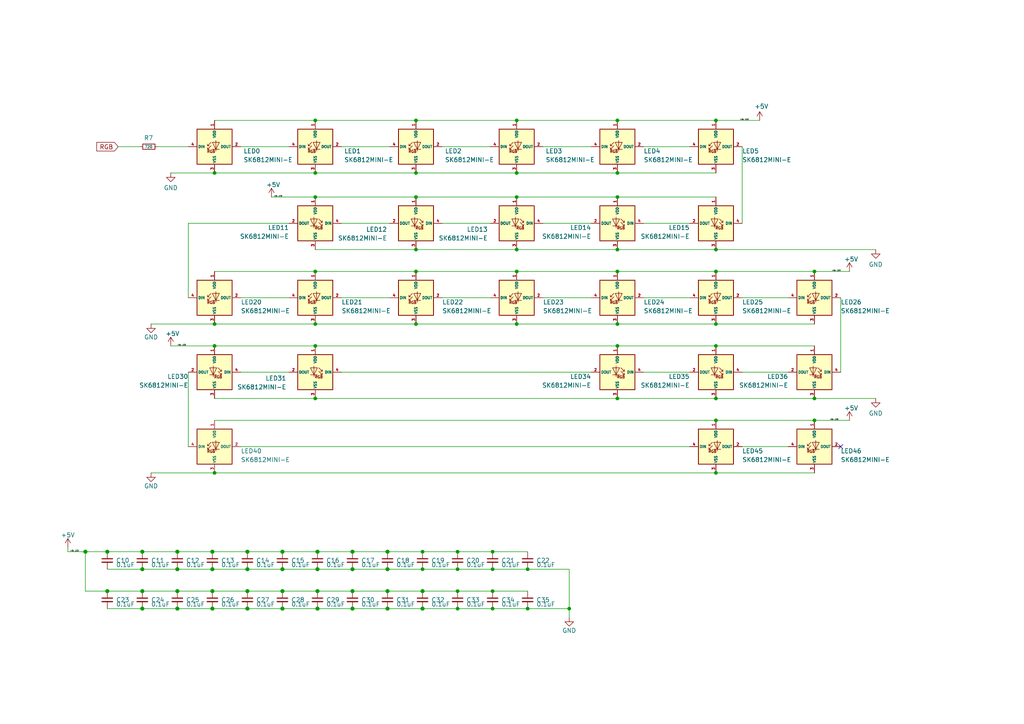
<source format=kicad_sch>
(kicad_sch (version 20211123) (generator eeschema)
  (paper "A4")
  (lib_symbols
    (symbol "arisutea-pcb:Device_C_Small" (pin_numbers hide) (pin_names (offset 0.254) hide)
      (property "Reference" "C" (at 0.254 1.778 0))
      (property "Value" "Device_C_Small" (at 0.254 -2.032 0))
      (symbol "Device_C_Small_0_1"
        (polyline (pts (xy -1.524 -0.508) (xy 1.524 -0.508)) (stroke (width 0.3302)))
        (polyline (pts (xy -1.524 0.508) (xy 1.524 0.508)) (stroke (width 0.3048)))
      )
      (symbol "Device_C_Small_1_1"
        (pin passive line (at 0 2.54 270) (length 2.032) (name "~") (number "1"))
        (pin passive line (at 0 -2.54 90) (length 2.032) (name "~") (number "2"))
      )
    )
    (symbol "arisutea-pcb:Device_R_Small" (pin_numbers hide) (pin_names (offset 0.254) hide)
      (property "Reference" "R" (at 0.762 0.508 0))
      (property "Value" "Device_R_Small" (at 0.762 -1.016 0))
      (symbol "Device_R_Small_0_1"
        (rectangle (start -0.762 1.778) (end 0.762 -1.778) (stroke (width 0.2032)))
      )
      (symbol "Device_R_Small_1_1"
        (pin passive line (at 0 2.54 270) (length 0.762) (name "~") (number "1"))
        (pin passive line (at 0 -2.54 90) (length 0.762) (name "~") (number "2"))
      )
    )
    (symbol "arisutea-pcb:LED_SK6812MINI-E" (pin_names (offset 0.254))
      (property "Reference" "LED" (at 5.08 5.715 0))
      (property "Value" "LED_SK6812MINI-E" (at 1.27 -5.715 0))
      (symbol "LED_SK6812MINI-E_0_0"
        (text "RGB" (at -1.016 -1.397 0) (effects (font (size 0.762 0.762))))
      )
      (symbol "LED_SK6812MINI-E_0_1"
        (polyline (pts (xy -2.032 -0.762) (xy -1.524 -0.762)))
        (polyline (pts (xy -2.032 0.254) (xy -1.524 0.254)))
        (polyline (pts (xy 1.397 -0.762) (xy -0.635 -0.762)))
        (polyline (pts (xy -1.016 0.254) (xy -2.032 -0.762) (xy -2.032 -0.254)))
        (polyline (pts (xy -1.016 1.27) (xy -2.032 0.254) (xy -2.032 0.762)))
        (polyline (pts (xy 0.381 1.778) (xy 0.381 -0.762) (xy 0.381 -1.27)))
        (polyline (pts (xy 1.397 1.27) (xy -0.635 1.27) (xy 0.381 -0.762) (xy 1.397 1.27)))
        (rectangle (start 5.08 5.08) (end -5.08 -5.08) (stroke (width 0.254)) (fill (type background)))
      )
      (symbol "LED_SK6812MINI-E_1_1"
        (pin power_in line (at 0 7.62 270) (length 2.54) (name "VDD") (number "1"))
        (pin output line (at 7.62 0 180) (length 2.54) (name "DOUT") (number "2"))
        (pin power_in line (at 0 -7.62 90) (length 2.54) (name "VSS") (number "3"))
        (pin input line (at -7.62 0 0) (length 2.54) (name "DIN") (number "4"))
      )
    )
    (symbol "power:+5V" (power) (pin_names (offset 0))
      (property "Value" "+5V" (at 0 3.556 0))
      (symbol "+5V_0_1"
        (polyline (pts (xy -0.762 1.27) (xy 0 2.54)))
        (polyline (pts (xy 0 0) (xy 0 2.54)))
        (polyline (pts (xy 0 2.54) (xy 0.762 1.27)))
      )
      (symbol "+5V_1_1"
        (pin power_in line (at 0 0 90) (length 0) hide (name "+5V") (number "1"))
      )
    )
    (symbol "power:GND" (power) (pin_names (offset 0))
      (property "Value" "GND" (at 0 -3.81 0))
      (symbol "GND_0_1"
        (polyline (pts (xy 0 0) (xy 0 -1.27) (xy 1.27 -1.27) (xy 0 -2.54) (xy -1.27 -1.27) (xy 0 -1.27)))
      )
      (symbol "GND_1_1"
        (pin power_in line (at 0 0 270) (length 0) hide (name "GND") (number "1"))
      )
    )
  )
  (junction (at 71.755 171.45) (diameter 1.016))
  (junction (at 62.23 50.165))
  (junction (at 207.645 93.98))
  (junction (at 112.395 171.45) (diameter 1.016))
  (junction (at 91.44 57.15))
  (junction (at 92.075 171.45) (diameter 1.016))
  (junction (at 120.65 34.925))
  (junction (at 122.555 171.45) (diameter 1.016))
  (junction (at 102.235 165.1) (diameter 1.016))
  (junction (at 92.075 165.1) (diameter 1.016))
  (junction (at 179.07 72.39))
  (junction (at 179.07 50.165))
  (junction (at 91.44 93.98))
  (junction (at 102.235 160.02) (diameter 1.016))
  (junction (at 102.235 171.45) (diameter 1.016))
  (junction (at 81.915 160.02) (diameter 1.016))
  (junction (at 41.275 165.1) (diameter 1.016))
  (junction (at 207.645 34.925))
  (junction (at 207.645 100.33))
  (junction (at 112.395 160.02) (diameter 1.016))
  (junction (at 62.23 137.16))
  (junction (at 132.715 165.1))
  (junction (at 120.65 57.15))
  (junction (at 91.44 78.74))
  (junction (at 120.65 72.39))
  (junction (at 31.115 171.45) (diameter 1.016))
  (junction (at 71.755 165.1) (diameter 1.016))
  (junction (at 236.22 121.92))
  (junction (at 179.07 57.15))
  (junction (at 61.595 176.53) (diameter 1.016))
  (junction (at 165.1 176.53))
  (junction (at 236.22 78.74))
  (junction (at 179.07 93.98))
  (junction (at 207.645 121.92))
  (junction (at 61.595 165.1) (diameter 1.016))
  (junction (at 24.765 160.02) (diameter 1.016))
  (junction (at 81.915 171.45) (diameter 1.016))
  (junction (at 71.755 176.53) (diameter 1.016))
  (junction (at 31.115 160.02) (diameter 1.016))
  (junction (at 153.035 165.1))
  (junction (at 71.755 160.02) (diameter 1.016))
  (junction (at 112.395 176.53) (diameter 1.016))
  (junction (at 41.275 176.53) (diameter 1.016))
  (junction (at 149.86 57.15))
  (junction (at 120.65 93.98))
  (junction (at 149.86 72.39))
  (junction (at 142.875 176.53))
  (junction (at 179.07 34.925))
  (junction (at 51.435 160.02) (diameter 1.016))
  (junction (at 92.075 176.53) (diameter 1.016))
  (junction (at 51.435 171.45) (diameter 1.016))
  (junction (at 236.22 115.57))
  (junction (at 61.595 160.02) (diameter 1.016))
  (junction (at 51.435 165.1) (diameter 1.016))
  (junction (at 207.645 72.39))
  (junction (at 132.715 171.45))
  (junction (at 112.395 165.1) (diameter 1.016))
  (junction (at 81.915 176.53) (diameter 1.016))
  (junction (at 61.595 171.45) (diameter 1.016))
  (junction (at 149.86 93.98))
  (junction (at 91.44 100.33))
  (junction (at 149.86 34.925))
  (junction (at 62.23 100.33))
  (junction (at 122.555 160.02))
  (junction (at 51.435 176.53) (diameter 1.016))
  (junction (at 120.65 50.165))
  (junction (at 207.645 137.16))
  (junction (at 153.035 176.53))
  (junction (at 179.07 100.33))
  (junction (at 120.65 78.74))
  (junction (at 81.915 165.1) (diameter 1.016))
  (junction (at 91.44 115.57))
  (junction (at 132.715 176.53))
  (junction (at 142.875 160.02))
  (junction (at 92.075 160.02) (diameter 1.016))
  (junction (at 102.235 176.53) (diameter 1.016))
  (junction (at 91.44 50.165))
  (junction (at 142.875 171.45))
  (junction (at 149.86 78.74))
  (junction (at 122.555 165.1))
  (junction (at 207.645 78.74))
  (junction (at 207.645 115.57))
  (junction (at 132.715 160.02))
  (junction (at 122.555 176.53) (diameter 1.016))
  (junction (at 41.275 160.02) (diameter 1.016))
  (junction (at 142.875 165.1))
  (junction (at 41.275 171.45) (diameter 1.016))
  (junction (at 179.07 78.74))
  (junction (at 62.23 93.98))
  (junction (at 149.86 50.165))
  (junction (at 179.07 115.57))
  (junction (at 91.44 34.925))
  (no_connect (at 243.84 129.54))
  (wire (pts (xy 31.115 171.45) (xy 41.275 171.45)))
  (wire (pts (xy 207.645 78.74) (xy 236.22 78.74)))
  (wire (pts (xy 120.65 93.98) (xy 149.86 93.98)))
  (wire (pts (xy 51.435 171.45) (xy 41.275 171.45)))
  (wire (pts (xy 92.075 176.53) (xy 102.235 176.53)))
  (wire (pts (xy 91.44 72.39) (xy 120.65 72.39)))
  (wire (pts (xy 69.85 107.95) (xy 83.82 107.95)))
  (wire (pts (xy 132.715 165.1) (xy 142.875 165.1)))
  (wire (pts (xy 207.645 100.33) (xy 236.22 100.33)))
  (wire (pts (xy 132.715 160.02) (xy 142.875 160.02)))
  (wire (pts (xy 81.915 160.02) (xy 92.075 160.02)))
  (wire (pts (xy 62.23 137.16) (xy 207.645 137.16)))
  (wire (pts (xy 69.85 129.54) (xy 200.025 129.54)))
  (wire (pts (xy 62.23 50.165) (xy 91.44 50.165)))
  (wire (pts (xy 43.815 137.16) (xy 62.23 137.16)))
  (wire (pts (xy 157.48 86.36) (xy 171.45 86.36)))
  (wire (pts (xy 91.44 115.57) (xy 179.07 115.57)))
  (wire (pts (xy 61.595 160.02) (xy 71.755 160.02)))
  (wire (pts (xy 49.53 100.33) (xy 62.23 100.33)))
  (wire (pts (xy 62.23 121.92) (xy 207.645 121.92)))
  (wire (pts (xy 61.595 171.45) (xy 51.435 171.45)))
  (wire (pts (xy 102.235 176.53) (xy 112.395 176.53)))
  (wire (pts (xy 92.075 160.02) (xy 102.235 160.02)))
  (wire (pts (xy 142.875 176.53) (xy 153.035 176.53)))
  (wire (pts (xy 215.265 129.54) (xy 228.6 129.54)))
  (wire (pts (xy 179.07 93.98) (xy 207.645 93.98)))
  (wire (pts (xy 91.44 93.98) (xy 120.65 93.98)))
  (wire (pts (xy 83.82 64.77) (xy 54.61 64.77)))
  (wire (pts (xy 236.22 78.74) (xy 246.38 78.74)))
  (wire (pts (xy 102.235 171.45) (xy 112.395 171.45)))
  (wire (pts (xy 91.44 34.925) (xy 120.65 34.925)))
  (wire (pts (xy 149.86 78.74) (xy 179.07 78.74)))
  (wire (pts (xy 165.1 176.53) (xy 165.1 165.1)))
  (wire (pts (xy 78.74 57.15) (xy 91.44 57.15)))
  (wire (pts (xy 149.86 93.98) (xy 179.07 93.98)))
  (wire (pts (xy 69.85 86.36) (xy 83.82 86.36)))
  (wire (pts (xy 51.435 176.53) (xy 61.595 176.53)))
  (wire (pts (xy 112.395 176.53) (xy 122.555 176.53)))
  (wire (pts (xy 62.23 115.57) (xy 91.44 115.57)))
  (wire (pts (xy 157.48 42.545) (xy 171.45 42.545)))
  (wire (pts (xy 122.555 171.45) (xy 132.715 171.45)))
  (wire (pts (xy 51.435 160.02) (xy 61.595 160.02)))
  (wire (pts (xy 43.815 93.98) (xy 62.23 93.98)))
  (wire (pts (xy 215.265 107.95) (xy 228.6 107.95)))
  (wire (pts (xy 62.23 93.98) (xy 91.44 93.98)))
  (wire (pts (xy 61.595 165.1) (xy 71.755 165.1)))
  (wire (pts (xy 91.44 78.74) (xy 120.65 78.74)))
  (wire (pts (xy 49.53 50.165) (xy 62.23 50.165)))
  (wire (pts (xy 215.265 42.545) (xy 215.265 64.77)))
  (wire (pts (xy 92.075 165.1) (xy 102.235 165.1)))
  (wire (pts (xy 207.645 121.92) (xy 236.22 121.92)))
  (wire (pts (xy 207.645 115.57) (xy 236.22 115.57)))
  (wire (pts (xy 120.65 72.39) (xy 149.86 72.39)))
  (wire (pts (xy 157.48 64.77) (xy 171.45 64.77)))
  (wire (pts (xy 179.07 78.74) (xy 207.645 78.74)))
  (wire (pts (xy 19.685 158.75) (xy 19.685 160.02)))
  (wire (pts (xy 24.765 171.45) (xy 24.765 160.02)))
  (wire (pts (xy 91.44 57.15) (xy 120.65 57.15)))
  (wire (pts (xy 62.23 78.74) (xy 91.44 78.74)))
  (wire (pts (xy 128.27 64.77) (xy 142.24 64.77)))
  (wire (pts (xy 120.65 50.165) (xy 149.86 50.165)))
  (wire (pts (xy 179.07 34.925) (xy 207.645 34.925)))
  (wire (pts (xy 71.755 171.45) (xy 81.915 171.45)))
  (wire (pts (xy 179.07 72.39) (xy 207.645 72.39)))
  (wire (pts (xy 41.275 176.53) (xy 51.435 176.53)))
  (wire (pts (xy 102.235 160.02) (xy 112.395 160.02)))
  (wire (pts (xy 81.915 165.1) (xy 92.075 165.1)))
  (wire (pts (xy 34.29 42.545) (xy 40.64 42.545)))
  (wire (pts (xy 142.875 171.45) (xy 153.035 171.45)))
  (wire (pts (xy 120.65 78.74) (xy 149.86 78.74)))
  (wire (pts (xy 132.715 171.45) (xy 142.875 171.45)))
  (wire (pts (xy 51.435 165.1) (xy 61.595 165.1)))
  (wire (pts (xy 71.755 165.1) (xy 81.915 165.1)))
  (wire (pts (xy 149.86 57.15) (xy 179.07 57.15)))
  (wire (pts (xy 62.23 100.33) (xy 91.44 100.33)))
  (wire (pts (xy 81.915 176.53) (xy 92.075 176.53)))
  (wire (pts (xy 41.275 160.02) (xy 51.435 160.02)))
  (wire (pts (xy 186.69 42.545) (xy 200.025 42.545)))
  (wire (pts (xy 91.44 100.33) (xy 179.07 100.33)))
  (wire (pts (xy 99.06 42.545) (xy 113.03 42.545)))
  (wire (pts (xy 120.65 34.925) (xy 149.86 34.925)))
  (wire (pts (xy 215.265 86.36) (xy 228.6 86.36)))
  (wire (pts (xy 149.86 34.925) (xy 179.07 34.925)))
  (wire (pts (xy 99.06 64.77) (xy 113.03 64.77)))
  (wire (pts (xy 61.595 176.53) (xy 71.755 176.53)))
  (wire (pts (xy 24.765 160.02) (xy 31.115 160.02)))
  (wire (pts (xy 31.115 160.02) (xy 41.275 160.02)))
  (wire (pts (xy 45.72 42.545) (xy 54.61 42.545)))
  (wire (pts (xy 54.61 107.95) (xy 54.61 129.54)))
  (wire (pts (xy 112.395 171.45) (xy 122.555 171.45)))
  (wire (pts (xy 243.84 86.36) (xy 243.84 107.95)))
  (wire (pts (xy 71.755 160.02) (xy 81.915 160.02)))
  (wire (pts (xy 102.235 165.1) (xy 112.395 165.1)))
  (wire (pts (xy 54.61 64.77) (xy 54.61 86.36)))
  (wire (pts (xy 99.06 107.95) (xy 171.45 107.95)))
  (wire (pts (xy 71.755 176.53) (xy 81.915 176.53)))
  (wire (pts (xy 165.1 165.1) (xy 153.035 165.1)))
  (wire (pts (xy 122.555 160.02) (xy 132.715 160.02)))
  (wire (pts (xy 31.115 176.53) (xy 41.275 176.53)))
  (wire (pts (xy 186.69 107.95) (xy 200.025 107.95)))
  (wire (pts (xy 179.07 100.33) (xy 207.645 100.33)))
  (wire (pts (xy 71.755 171.45) (xy 61.595 171.45)))
  (wire (pts (xy 207.645 34.925) (xy 220.345 34.925)))
  (wire (pts (xy 149.86 50.165) (xy 179.07 50.165)))
  (wire (pts (xy 31.115 165.1) (xy 41.275 165.1)))
  (wire (pts (xy 41.275 165.1) (xy 51.435 165.1)))
  (wire (pts (xy 179.07 115.57) (xy 207.645 115.57)))
  (wire (pts (xy 207.645 93.98) (xy 236.22 93.98)))
  (wire (pts (xy 24.765 171.45) (xy 31.115 171.45)))
  (wire (pts (xy 186.69 86.36) (xy 200.025 86.36)))
  (wire (pts (xy 236.22 115.57) (xy 254 115.57)))
  (wire (pts (xy 128.27 86.36) (xy 142.24 86.36)))
  (wire (pts (xy 207.645 137.16) (xy 236.22 137.16)))
  (wire (pts (xy 99.06 86.36) (xy 113.03 86.36)))
  (wire (pts (xy 19.685 160.02) (xy 24.765 160.02)))
  (wire (pts (xy 165.1 179.07) (xy 165.1 176.53)))
  (wire (pts (xy 92.075 171.45) (xy 102.235 171.45)))
  (wire (pts (xy 179.07 57.15) (xy 207.645 57.15)))
  (wire (pts (xy 142.875 165.1) (xy 153.035 165.1)))
  (wire (pts (xy 112.395 160.02) (xy 122.555 160.02)))
  (wire (pts (xy 153.035 176.53) (xy 165.1 176.53)))
  (wire (pts (xy 91.44 50.165) (xy 120.65 50.165)))
  (wire (pts (xy 122.555 165.1) (xy 132.715 165.1)))
  (wire (pts (xy 62.23 34.925) (xy 91.44 34.925)))
  (wire (pts (xy 179.07 50.165) (xy 207.645 50.165)))
  (wire (pts (xy 142.875 160.02) (xy 153.035 160.02)))
  (wire (pts (xy 120.65 57.15) (xy 149.86 57.15)))
  (wire (pts (xy 186.69 64.77) (xy 200.025 64.77)))
  (wire (pts (xy 149.86 72.39) (xy 179.07 72.39)))
  (wire (pts (xy 112.395 165.1) (xy 122.555 165.1)))
  (wire (pts (xy 132.715 176.53) (xy 142.875 176.53)))
  (wire (pts (xy 122.555 176.53) (xy 132.715 176.53)))
  (wire (pts (xy 81.915 171.45) (xy 92.075 171.45)))
  (wire (pts (xy 207.645 72.39) (xy 254 72.39)))
  (wire (pts (xy 69.85 42.545) (xy 83.82 42.545)))
  (wire (pts (xy 128.27 42.545) (xy 142.24 42.545)))
  (wire (pts (xy 236.22 121.92) (xy 246.38 121.92)))
  (label "+5v LED" (at 53.975 100.33 180) (effects (font (size 0.381 0.381))))
  (label "+5v LED" (at 81.915 57.15 180) (effects (font (size 0.381 0.381))))
  (label "+5v LED" (at 217.17 34.925 180) (effects (font (size 0.381 0.381))))
  (label "+5v LED" (at 243.84 78.74 180) (effects (font (size 0.381 0.381))))
  (label "+5v LED" (at 22.86 160.02 180) (effects (font (size 0.381 0.381))))
  (label "+5v LED" (at 243.205 121.92 180) (effects (font (size 0.381 0.381))))
  (global_label "RGB" (shape input) (at 34.29 42.545 180) (property "Intersheet References" "${INTERSHEET_REFS}" (effects hide)))
  (symbol (lib_id "arisutea-pcb:LED_SK6812MINI-E") (at 207.645 86.36 0) (unit 1)
    (property "Reference" "LED25" (at 215.265 87.63 0) (effects (justify left)))
    (property "Value" "SK6812MINI-E" (at 215.265 90.17 0) (effects (justify left)))
    (property "Footprint" "3x6_components:LED_MX_SK6812MINI-E" (effects hide))
  )
  (symbol (lib_id "power:GND") (at 165.1 179.07 0) (unit 1)
    (property "Reference" "#PWR040" (effects hide))
    (property "Value" "GND" (at 165.1 182.88 0))
  )
  (symbol (lib_id "arisutea-pcb:LED_SK6812MINI-E") (at 120.65 64.77 0) (mirror y) (unit 1)
    (property "Reference" "LED12" (at 112.268 66.548 0) (effects (justify left)))
    (property "Value" "SK6812MINI-E" (at 112.268 69.088 0) (effects (justify left)))
    (property "Footprint" "3x6_components:LED_MX_SK6812MINI-E_REV" (effects hide))
  )
  (symbol (lib_id "power:GND") (at 254 72.39 0) (unit 1)
    (property "Reference" "#PWR0102" (effects hide))
    (property "Value" "GND" (at 254 76.708 0))
  )
  (symbol (lib_id "arisutea-pcb:LED_SK6812MINI-E") (at 120.65 42.545 0) (unit 1)
    (property "Reference" "LED2" (at 129.032 43.815 0) (effects (justify left)))
    (property "Value" "SK6812MINI-E" (at 129.032 46.355 0) (effects (justify left)))
    (property "Footprint" "3x6_components:LED_MX_SK6812MINI-E" (effects hide))
  )
  (symbol (lib_id "arisutea-pcb:Device_C_Small") (at 61.595 173.99 0) (unit 1)
    (property "Reference" "C26" (at 64.135 173.99 0) (effects (justify left)))
    (property "Value" "0.1uF" (at 64.135 175.26 0) (effects (justify left)))
    (property "Footprint" "3x6_components:C_0603_1608Metric_Pad1.08x0.95mm_HandSolder" (effects hide))
    (property "LCSC" "C28233" (effects hide))
  )
  (symbol (lib_id "arisutea-pcb:LED_SK6812MINI-E") (at 91.44 42.545 0) (unit 1)
    (property "Reference" "LED1" (at 99.822 43.815 0) (effects (justify left)))
    (property "Value" "SK6812MINI-E" (at 99.822 46.355 0) (effects (justify left)))
    (property "Footprint" "3x6_components:LED_MX_SK6812MINI-E" (effects hide))
  )
  (symbol (lib_id "arisutea-pcb:LED_SK6812MINI-E") (at 62.23 129.54 0) (unit 1)
    (property "Reference" "LED40" (at 69.85 130.81 0) (effects (justify left)))
    (property "Value" "SK6812MINI-E" (at 69.85 133.35 0) (effects (justify left)))
    (property "Footprint" "3x6_components:LED_MX_SK6812MINI-E" (effects hide))
  )
  (symbol (lib_id "power:GND") (at 49.53 50.165 0) (unit 1)
    (property "Reference" "#PWR030" (effects hide))
    (property "Value" "GND" (at 49.53 54.483 0))
  )
  (symbol (lib_id "arisutea-pcb:LED_SK6812MINI-E") (at 91.44 64.77 0) (mirror y) (unit 1)
    (property "Reference" "LED11" (at 83.82 66.04 0) (effects (justify left)))
    (property "Value" "SK6812MINI-E" (at 83.82 68.58 0) (effects (justify left)))
    (property "Footprint" "3x6_components:LED_MX_SK6812MINI-E_REV" (effects hide))
  )
  (symbol (lib_id "arisutea-pcb:Device_C_Small") (at 142.875 162.56 0) (unit 1)
    (property "Reference" "C21" (at 145.415 162.56 0) (effects (justify left)))
    (property "Value" "0.1uF" (at 145.415 163.83 0) (effects (justify left)))
    (property "Footprint" "3x6_components:C_0603_1608Metric_Pad1.08x0.95mm_HandSolder" (effects hide))
    (property "LCSC" "C28233" (effects hide))
  )
  (symbol (lib_id "arisutea-pcb:Device_C_Small") (at 31.115 162.56 0) (unit 1)
    (property "Reference" "C10" (at 33.655 162.56 0) (effects (justify left)))
    (property "Value" "0.1uF" (at 33.655 163.83 0) (effects (justify left)))
    (property "Footprint" "3x6_components:C_0603_1608Metric_Pad1.08x0.95mm_HandSolder" (effects hide))
    (property "LCSC" "C28233" (effects hide))
  )
  (symbol (lib_id "power:+5V") (at 49.53 100.33 0) (unit 1)
    (property "Reference" "#PWR035" (effects hide))
    (property "Value" "+5V" (at 50.038 96.774 0))
  )
  (symbol (lib_id "arisutea-pcb:Device_C_Small") (at 153.035 162.56 0) (unit 1)
    (property "Reference" "C22" (at 155.575 162.56 0) (effects (justify left)))
    (property "Value" "0.1uF" (at 155.575 163.83 0) (effects (justify left)))
    (property "Footprint" "3x6_components:C_0603_1608Metric_Pad1.08x0.95mm_HandSolder" (effects hide))
    (property "LCSC" "C28233" (effects hide))
  )
  (symbol (lib_id "arisutea-pcb:Device_C_Small") (at 31.115 173.99 0) (unit 1)
    (property "Reference" "C23" (at 33.655 173.99 0) (effects (justify left)))
    (property "Value" "0.1uF" (at 33.655 175.26 0) (effects (justify left)))
    (property "Footprint" "3x6_components:C_0603_1608Metric_Pad1.08x0.95mm_HandSolder" (effects hide))
    (property "LCSC" "C28233" (effects hide))
  )
  (symbol (lib_id "arisutea-pcb:Device_C_Small") (at 132.715 162.56 0) (unit 1)
    (property "Reference" "C20" (at 135.255 162.56 0) (effects (justify left)))
    (property "Value" "0.1uF" (at 135.255 163.83 0) (effects (justify left)))
    (property "Footprint" "3x6_components:C_0603_1608Metric_Pad1.08x0.95mm_HandSolder" (effects hide))
    (property "LCSC" "C28233" (effects hide))
  )
  (symbol (lib_id "power:+5V") (at 19.685 158.75 0) (unit 1)
    (property "Reference" "#PWR039" (effects hide))
    (property "Value" "+5V" (at 19.685 155.194 0))
  )
  (symbol (lib_id "arisutea-pcb:Device_C_Small") (at 71.755 173.99 0) (unit 1)
    (property "Reference" "C27" (at 74.295 173.99 0) (effects (justify left)))
    (property "Value" "0.1uF" (at 74.295 175.26 0) (effects (justify left)))
    (property "Footprint" "3x6_components:C_0603_1608Metric_Pad1.08x0.95mm_HandSolder" (effects hide))
    (property "LCSC" "C28233" (effects hide))
  )
  (symbol (lib_id "arisutea-pcb:LED_SK6812MINI-E") (at 149.86 42.545 0) (unit 1)
    (property "Reference" "LED3" (at 158.242 43.815 0) (effects (justify left)))
    (property "Value" "SK6812MINI-E" (at 158.242 46.355 0) (effects (justify left)))
    (property "Footprint" "3x6_components:LED_MX_SK6812MINI-E" (effects hide))
  )
  (symbol (lib_id "arisutea-pcb:Device_C_Small") (at 153.035 173.99 0) (unit 1)
    (property "Reference" "C35" (at 155.575 173.99 0) (effects (justify left)))
    (property "Value" "0.1uF" (at 155.575 175.26 0) (effects (justify left)))
    (property "Footprint" "3x6_components:C_0603_1608Metric_Pad1.08x0.95mm_HandSolder" (effects hide))
    (property "LCSC" "C28233" (effects hide))
  )
  (symbol (lib_id "arisutea-pcb:Device_C_Small") (at 81.915 173.99 0) (unit 1)
    (property "Reference" "C28" (at 84.455 173.99 0) (effects (justify left)))
    (property "Value" "0.1uF" (at 84.455 175.26 0) (effects (justify left)))
    (property "Footprint" "3x6_components:C_0603_1608Metric_Pad1.08x0.95mm_HandSolder" (effects hide))
    (property "LCSC" "C28233" (effects hide))
  )
  (symbol (lib_id "arisutea-pcb:LED_SK6812MINI-E") (at 120.65 86.36 0) (unit 1)
    (property "Reference" "LED22" (at 128.27 87.63 0) (effects (justify left)))
    (property "Value" "SK6812MINI-E" (at 128.27 90.17 0) (effects (justify left)))
    (property "Footprint" "3x6_components:LED_MX_SK6812MINI-E" (effects hide))
  )
  (symbol (lib_id "arisutea-pcb:LED_SK6812MINI-E") (at 207.645 129.54 0) (unit 1)
    (property "Reference" "LED45" (at 215.265 130.81 0) (effects (justify left)))
    (property "Value" "SK6812MINI-E" (at 215.265 133.35 0) (effects (justify left)))
    (property "Footprint" "3x6_components:LED_MX_SK6812MINI-E" (effects hide))
  )
  (symbol (lib_id "arisutea-pcb:LED_SK6812MINI-E") (at 236.22 129.54 0) (unit 1)
    (property "Reference" "LED46" (at 243.84 130.81 0) (effects (justify left)))
    (property "Value" "SK6812MINI-E" (at 243.84 133.35 0) (effects (justify left)))
    (property "Footprint" "3x6_components:LED_MX_SK6812MINI-E" (effects hide))
  )
  (symbol (lib_id "arisutea-pcb:LED_SK6812MINI-E") (at 236.22 107.95 0) (mirror y) (unit 1)
    (property "Reference" "LED36" (at 228.6 109.22 0) (effects (justify left)))
    (property "Value" "SK6812MINI-E" (at 228.6 111.76 0) (effects (justify left)))
    (property "Footprint" "3x6_components:LED_MX_SK6812MINI-E_REV" (effects hide))
  )
  (symbol (lib_id "arisutea-pcb:Device_C_Small") (at 122.555 162.56 0) (unit 1)
    (property "Reference" "C19" (at 125.095 162.56 0) (effects (justify left)))
    (property "Value" "0.1uF" (at 125.095 163.83 0) (effects (justify left)))
    (property "Footprint" "3x6_components:C_0603_1608Metric_Pad1.08x0.95mm_HandSolder" (effects hide))
    (property "LCSC" "C28233" (effects hide))
  )
  (symbol (lib_id "power:GND") (at 43.815 137.16 0) (unit 1)
    (property "Reference" "#PWR038" (effects hide))
    (property "Value" "GND" (at 43.815 140.97 0))
  )
  (symbol (lib_id "arisutea-pcb:LED_SK6812MINI-E") (at 62.23 107.95 0) (mirror y) (unit 1)
    (property "Reference" "LED30" (at 54.61 109.22 0) (effects (justify left)))
    (property "Value" "SK6812MINI-E" (at 54.61 111.76 0) (effects (justify left)))
    (property "Footprint" "3x6_components:LED_MX_SK6812MINI-E_REV" (effects hide))
  )
  (symbol (lib_id "power:GND") (at 254 115.57 0) (unit 1)
    (property "Reference" "#PWR0104" (effects hide))
    (property "Value" "GND" (at 254 119.888 0))
  )
  (symbol (lib_id "arisutea-pcb:LED_SK6812MINI-E") (at 179.07 86.36 0) (unit 1)
    (property "Reference" "LED24" (at 186.69 87.63 0) (effects (justify left)))
    (property "Value" "SK6812MINI-E" (at 186.69 90.17 0) (effects (justify left)))
    (property "Footprint" "3x6_components:LED_MX_SK6812MINI-E" (effects hide))
  )
  (symbol (lib_id "power:+5V") (at 246.38 78.74 0) (unit 1)
    (property "Reference" "#PWR0103" (effects hide))
    (property "Value" "+5V" (at 246.888 75.184 0))
  )
  (symbol (lib_id "arisutea-pcb:Device_C_Small") (at 81.915 162.56 0) (unit 1)
    (property "Reference" "C15" (at 84.455 162.56 0) (effects (justify left)))
    (property "Value" "0.1uF" (at 84.455 163.83 0) (effects (justify left)))
    (property "Footprint" "3x6_components:C_0603_1608Metric_Pad1.08x0.95mm_HandSolder" (effects hide))
    (property "LCSC" "C28233" (effects hide))
  )
  (symbol (lib_id "arisutea-pcb:Device_C_Small") (at 51.435 173.99 0) (unit 1)
    (property "Reference" "C25" (at 53.975 173.99 0) (effects (justify left)))
    (property "Value" "0.1uF" (at 53.975 175.26 0) (effects (justify left)))
    (property "Footprint" "3x6_components:C_0603_1608Metric_Pad1.08x0.95mm_HandSolder" (effects hide))
    (property "LCSC" "C28233" (effects hide))
  )
  (symbol (lib_id "arisutea-pcb:Device_C_Small") (at 122.555 173.99 0) (unit 1)
    (property "Reference" "C32" (at 125.095 173.99 0) (effects (justify left)))
    (property "Value" "0.1uF" (at 125.095 175.26 0) (effects (justify left)))
    (property "Footprint" "3x6_components:C_0603_1608Metric_Pad1.08x0.95mm_HandSolder" (effects hide))
    (property "LCSC" "C28233" (effects hide))
  )
  (symbol (lib_id "arisutea-pcb:LED_SK6812MINI-E") (at 179.07 42.545 0) (unit 1)
    (property "Reference" "LED4" (at 186.69 43.815 0) (effects (justify left)))
    (property "Value" "SK6812MINI-E" (at 186.69 46.355 0) (effects (justify left)))
    (property "Footprint" "3x6_components:LED_MX_SK6812MINI-E" (effects hide))
  )
  (symbol (lib_id "arisutea-pcb:Device_C_Small") (at 132.715 173.99 0) (unit 1)
    (property "Reference" "C33" (at 135.255 173.99 0) (effects (justify left)))
    (property "Value" "0.1uF" (at 135.255 175.26 0) (effects (justify left)))
    (property "Footprint" "3x6_components:C_0603_1608Metric_Pad1.08x0.95mm_HandSolder" (effects hide))
    (property "LCSC" "C28233" (effects hide))
  )
  (symbol (lib_id "power:+5V") (at 78.74 57.15 0) (unit 1)
    (property "Reference" "#PWR0101" (effects hide))
    (property "Value" "+5V" (at 79.248 53.594 0))
  )
  (symbol (lib_id "power:+5V") (at 220.345 34.925 0) (unit 1)
    (property "Reference" "#PWR0106" (effects hide))
    (property "Value" "+5V" (at 220.853 30.861 0))
  )
  (symbol (lib_id "arisutea-pcb:LED_SK6812MINI-E") (at 149.86 64.77 0) (mirror y) (unit 1)
    (property "Reference" "LED13" (at 141.478 66.548 0) (effects (justify left)))
    (property "Value" "SK6812MINI-E" (at 141.478 69.088 0) (effects (justify left)))
    (property "Footprint" "3x6_components:LED_MX_SK6812MINI-E_REV" (effects hide))
  )
  (symbol (lib_id "arisutea-pcb:LED_SK6812MINI-E") (at 179.07 107.95 0) (mirror y) (unit 1)
    (property "Reference" "LED34" (at 171.45 109.22 0) (effects (justify left)))
    (property "Value" "SK6812MINI-E" (at 171.45 111.76 0) (effects (justify left)))
    (property "Footprint" "3x6_components:LED_MX_SK6812MINI-E_REV" (effects hide))
  )
  (symbol (lib_id "arisutea-pcb:LED_SK6812MINI-E") (at 149.86 86.36 0) (unit 1)
    (property "Reference" "LED23" (at 157.48 87.63 0) (effects (justify left)))
    (property "Value" "SK6812MINI-E" (at 157.48 90.17 0) (effects (justify left)))
    (property "Footprint" "3x6_components:LED_MX_SK6812MINI-E" (effects hide))
  )
  (symbol (lib_id "arisutea-pcb:LED_SK6812MINI-E") (at 207.645 42.545 0) (unit 1)
    (property "Reference" "LED5" (at 215.265 43.815 0) (effects (justify left)))
    (property "Value" "SK6812MINI-E" (at 215.265 46.355 0) (effects (justify left)))
    (property "Footprint" "3x6_components:LED_MX_SK6812MINI-E" (effects hide))
  )
  (symbol (lib_id "arisutea-pcb:LED_SK6812MINI-E") (at 62.23 86.36 0) (unit 1)
    (property "Reference" "LED20" (at 69.85 87.63 0) (effects (justify left)))
    (property "Value" "SK6812MINI-E" (at 69.85 90.17 0) (effects (justify left)))
    (property "Footprint" "3x6_components:LED_MX_SK6812MINI-E" (effects hide))
  )
  (symbol (lib_id "arisutea-pcb:LED_SK6812MINI-E") (at 91.44 86.36 0) (unit 1)
    (property "Reference" "LED21" (at 99.06 87.63 0) (effects (justify left)))
    (property "Value" "SK6812MINI-E" (at 99.06 90.17 0) (effects (justify left)))
    (property "Footprint" "3x6_components:LED_MX_SK6812MINI-E" (effects hide))
  )
  (symbol (lib_id "arisutea-pcb:Device_C_Small") (at 112.395 162.56 0) (unit 1)
    (property "Reference" "C18" (at 114.935 162.56 0) (effects (justify left)))
    (property "Value" "0.1uF" (at 114.935 163.83 0) (effects (justify left)))
    (property "Footprint" "3x6_components:C_0603_1608Metric_Pad1.08x0.95mm_HandSolder" (effects hide))
    (property "LCSC" "C28233" (effects hide))
  )
  (symbol (lib_id "arisutea-pcb:Device_C_Small") (at 112.395 173.99 0) (unit 1)
    (property "Reference" "C31" (at 114.935 173.99 0) (effects (justify left)))
    (property "Value" "0.1uF" (at 114.935 175.26 0) (effects (justify left)))
    (property "Footprint" "3x6_components:C_0603_1608Metric_Pad1.08x0.95mm_HandSolder" (effects hide))
    (property "LCSC" "C28233" (effects hide))
  )
  (symbol (lib_id "power:GND") (at 43.815 93.98 0) (unit 1)
    (property "Reference" "#PWR034" (effects hide))
    (property "Value" "GND" (at 43.815 97.79 0))
  )
  (symbol (lib_id "arisutea-pcb:Device_C_Small") (at 51.435 162.56 0) (unit 1)
    (property "Reference" "C12" (at 53.975 162.56 0) (effects (justify left)))
    (property "Value" "0.1uF" (at 53.975 163.83 0) (effects (justify left)))
    (property "Footprint" "3x6_components:C_0603_1608Metric_Pad1.08x0.95mm_HandSolder" (effects hide))
    (property "LCSC" "C28233" (effects hide))
  )
  (symbol (lib_id "arisutea-pcb:Device_R_Small") (at 43.18 42.545 90) (unit 1)
    (property "Reference" "R7" (at 43.0946 40.0213 90))
    (property "Value" "720" (at 43.0946 42.5613 90) (effects (font (size 0.762 0.762))))
    (property "Footprint" "3x6_components:R_0805_2012Metric_Pad1.20x1.40mm_HandSolder" (effects hide))
    (property "LCSC" "C17818" (effects hide))
  )
  (symbol (lib_id "arisutea-pcb:LED_SK6812MINI-E") (at 207.645 107.95 0) (mirror y) (unit 1)
    (property "Reference" "LED35" (at 200.025 109.22 0) (effects (justify left)))
    (property "Value" "SK6812MINI-E" (at 200.025 111.76 0) (effects (justify left)))
    (property "Footprint" "3x6_components:LED_MX_SK6812MINI-E_REV" (effects hide))
  )
  (symbol (lib_id "arisutea-pcb:Device_C_Small") (at 41.275 162.56 0) (unit 1)
    (property "Reference" "C11" (at 43.815 162.56 0) (effects (justify left)))
    (property "Value" "0.1uF" (at 43.815 163.83 0) (effects (justify left)))
    (property "Footprint" "3x6_components:C_0603_1608Metric_Pad1.08x0.95mm_HandSolder" (effects hide))
    (property "LCSC" "C28233" (effects hide))
  )
  (symbol (lib_id "arisutea-pcb:Device_C_Small") (at 102.235 162.56 0) (unit 1)
    (property "Reference" "C17" (at 104.775 162.56 0) (effects (justify left)))
    (property "Value" "0.1uF" (at 104.775 163.83 0) (effects (justify left)))
    (property "Footprint" "3x6_components:C_0603_1608Metric_Pad1.08x0.95mm_HandSolder" (effects hide))
    (property "LCSC" "C28233" (effects hide))
  )
  (symbol (lib_id "arisutea-pcb:LED_SK6812MINI-E") (at 179.07 64.77 0) (mirror y) (unit 1)
    (property "Reference" "LED14" (at 171.45 66.04 0) (effects (justify left)))
    (property "Value" "SK6812MINI-E" (at 171.45 68.58 0) (effects (justify left)))
    (property "Footprint" "3x6_components:LED_MX_SK6812MINI-E_REV" (effects hide))
  )
  (symbol (lib_id "arisutea-pcb:LED_SK6812MINI-E") (at 91.44 107.95 0) (mirror y) (unit 1)
    (property "Reference" "LED31" (at 83.058 109.728 0) (effects (justify left)))
    (property "Value" "SK6812MINI-E" (at 83.058 112.268 0) (effects (justify left)))
    (property "Footprint" "3x6_components:LED_MX_SK6812MINI-E_REV" (effects hide))
  )
  (symbol (lib_id "arisutea-pcb:Device_C_Small") (at 92.075 162.56 0) (unit 1)
    (property "Reference" "C16" (at 94.615 162.56 0) (effects (justify left)))
    (property "Value" "0.1uF" (at 94.615 163.83 0) (effects (justify left)))
    (property "Footprint" "3x6_components:C_0603_1608Metric_Pad1.08x0.95mm_HandSolder" (effects hide))
    (property "LCSC" "C28233" (effects hide))
  )
  (symbol (lib_id "arisutea-pcb:Device_C_Small") (at 102.235 173.99 0) (unit 1)
    (property "Reference" "C30" (at 104.775 173.99 0) (effects (justify left)))
    (property "Value" "0.1uF" (at 104.775 175.26 0) (effects (justify left)))
    (property "Footprint" "3x6_components:C_0603_1608Metric_Pad1.08x0.95mm_HandSolder" (effects hide))
    (property "LCSC" "C28233" (effects hide))
  )
  (symbol (lib_id "arisutea-pcb:LED_SK6812MINI-E") (at 236.22 86.36 0) (unit 1)
    (property "Reference" "LED26" (at 243.84 87.63 0) (effects (justify left)))
    (property "Value" "SK6812MINI-E" (at 243.84 90.17 0) (effects (justify left)))
    (property "Footprint" "3x6_components:LED_MX_SK6812MINI-E" (effects hide))
  )
  (symbol (lib_id "arisutea-pcb:LED_SK6812MINI-E") (at 207.645 64.77 0) (mirror y) (unit 1)
    (property "Reference" "LED15" (at 200.025 66.04 0) (effects (justify left)))
    (property "Value" "SK6812MINI-E" (at 200.025 68.58 0) (effects (justify left)))
    (property "Footprint" "3x6_components:LED_MX_SK6812MINI-E_REV" (effects hide))
  )
  (symbol (lib_id "arisutea-pcb:Device_C_Small") (at 41.275 173.99 0) (unit 1)
    (property "Reference" "C24" (at 43.815 173.99 0) (effects (justify left)))
    (property "Value" "0.1uF" (at 43.815 175.26 0) (effects (justify left)))
    (property "Footprint" "3x6_components:C_0603_1608Metric_Pad1.08x0.95mm_HandSolder" (effects hide))
    (property "LCSC" "C28233" (effects hide))
  )
  (symbol (lib_id "arisutea-pcb:LED_SK6812MINI-E") (at 62.23 42.545 0) (unit 1)
    (property "Reference" "LED0" (at 70.612 43.815 0) (effects (justify left)))
    (property "Value" "SK6812MINI-E" (at 70.612 46.355 0) (effects (justify left)))
    (property "Footprint" "3x6_components:LED_MX_SK6812MINI-E" (effects hide))
  )
  (symbol (lib_id "power:+5V") (at 246.38 121.92 0) (unit 1)
    (property "Reference" "#PWR0105" (effects hide))
    (property "Value" "+5V" (at 246.888 118.364 0))
  )
  (symbol (lib_id "arisutea-pcb:Device_C_Small") (at 142.875 173.99 0) (unit 1)
    (property "Reference" "C34" (at 145.415 173.99 0) (effects (justify left)))
    (property "Value" "0.1uF" (at 145.415 175.26 0) (effects (justify left)))
    (property "Footprint" "3x6_components:C_0603_1608Metric_Pad1.08x0.95mm_HandSolder" (effects hide))
    (property "LCSC" "C28233" (effects hide))
  )
  (symbol (lib_id "arisutea-pcb:Device_C_Small") (at 71.755 162.56 0) (unit 1)
    (property "Reference" "C14" (at 74.295 162.56 0) (effects (justify left)))
    (property "Value" "0.1uF" (at 74.295 163.83 0) (effects (justify left)))
    (property "Footprint" "3x6_components:C_0603_1608Metric_Pad1.08x0.95mm_HandSolder" (effects hide))
    (property "LCSC" "C28233" (effects hide))
  )
  (symbol (lib_id "arisutea-pcb:Device_C_Small") (at 92.075 173.99 0) (unit 1)
    (property "Reference" "C29" (at 94.615 173.99 0) (effects (justify left)))
    (property "Value" "0.1uF" (at 94.615 175.26 0) (effects (justify left)))
    (property "Footprint" "3x6_components:C_0603_1608Metric_Pad1.08x0.95mm_HandSolder" (effects hide))
    (property "LCSC" "C28233" (effects hide))
  )
  (symbol (lib_id "arisutea-pcb:Device_C_Small") (at 61.595 162.56 0) (unit 1)
    (property "Reference" "C13" (at 64.135 162.56 0) (effects (justify left)))
    (property "Value" "0.1uF" (at 64.135 163.83 0) (effects (justify left)))
    (property "Footprint" "3x6_components:C_0603_1608Metric_Pad1.08x0.95mm_HandSolder" (effects hide))
    (property "LCSC" "C28233" (effects hide))
  )
)
</source>
